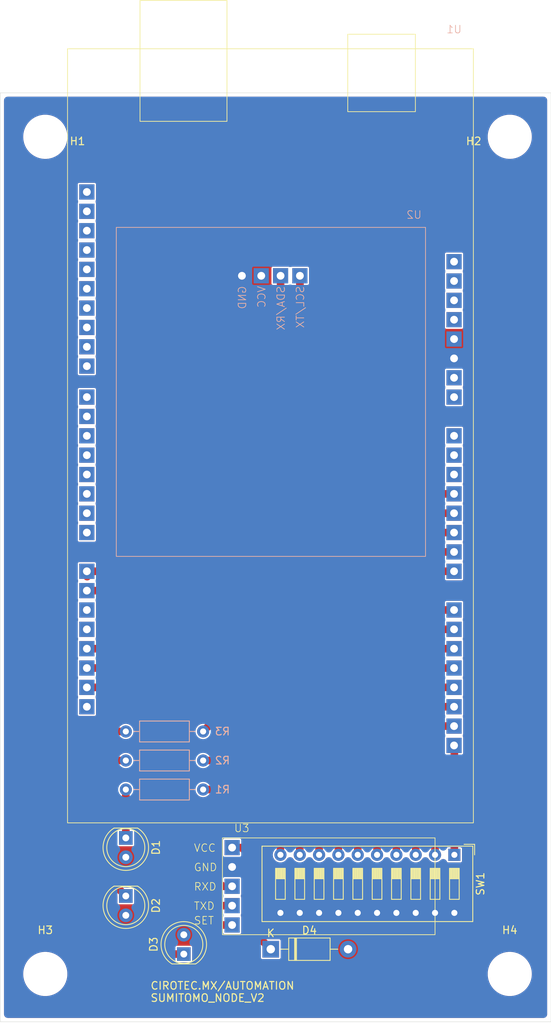
<source format=kicad_pcb>
(kicad_pcb (version 20240108) (generator "pcbnew") (generator_version "8.0")
  (layers (0 "F.Cu" signal) (31 "B.Cu" signal) (34 "B.Paste" user) (35 "F.Paste" user) (36 "B.SilkS" user "B.Silkscreen") (37 "F.SilkS" user "F.Silkscreen") (38 "B.Mask" user) (39 "F.Mask" user) (44 "Edge.Cuts" user))
  (net 0 "")
  (net 1 "/led_red")
  (net 2 "/led_yellow")
  (net 3 "/led_green")
  (net 4 "+5V")
  (net 5 "GND")
  (net 6 "/sw_7")
  (net 7 "/sw_8")
  (net 8 "/sw_3")
  (net 9 "/sw_4")
  (net 10 "/sw_9")
  (net 11 "/sw_2")
  (net 12 "/sw_10")
  (net 13 "/sw_5")
  (net 14 "/sw_1")
  (net 15 "/sw_6")
  (net 20 "/pn532_tx")
  (net 21 "/pn532_rx")
  (net 22 "/hc12_rx")
  (net 23 "/hc12_tx")
  (net 24 "/hc12_set")
  (net 51 "Net-(D1-K)")
  (net 52 "Net-(D2-K)")
  (net 53 "Net-(D3-K)")
  (net 54 "Net-(D4-K)")
  (footprint "MountingHole:MountingHole_5.3mm_M5_ISO7380" (layer "F.Cu") (at 60.538 162.636)
    (property "Reference" "H3" (at 0 -5.75 0) (layer "F.SilkS"))
    (property "Value" "MountingHole")
    (pad "" np_thru_hole circle (at 0 0) (size 5.3 5.3) (drill 5.3) (layers "*.Cu" "*.Mask"))
  )
  (footprint "Diode_THT:D_DO-41_SOD81_P10.16mm_Horizontal" (layer "F.Cu") (at 90.17 159.385)
    (property "Reference" "D4" (at 5.08 -2.47 0) (layer "F.SilkS"))
    (property "Value" "1N4001")
    (fp_line (start 1.34 0) (end 2.36 0) (stroke (width 0.12)) (layer "F.SilkS"))
    (fp_line (start 2.36 -1.47) (end 2.36 1.47) (stroke (width 0.12)) (layer "F.SilkS"))
    (fp_line (start 2.36 1.47) (end 7.8 1.47) (stroke (width 0.12)) (layer "F.SilkS"))
    (fp_line (start 3.14 -1.47) (end 3.14 1.47) (stroke (width 0.12)) (layer "F.SilkS"))
    (fp_line (start 3.26 -1.47) (end 3.26 1.47) (stroke (width 0.12)) (layer "F.SilkS"))
    (fp_line (start 3.38 -1.47) (end 3.38 1.47) (stroke (width 0.12)) (layer "F.SilkS"))
    (fp_line (start 7.8 -1.47) (end 2.36 -1.47) (stroke (width 0.12)) (layer "F.SilkS"))
    (fp_line (start 7.8 1.47) (end 7.8 -1.47) (stroke (width 0.12)) (layer "F.SilkS"))
    (fp_line (start 8.82 0) (end 7.8 0) (stroke (width 0.12)) (layer "F.SilkS"))
    (fp_text user "K" (at 0 -2.1 0) (layer "F.SilkS"))
    (pad "1" thru_hole rect (at 0 0) (size 2.2 2.2) (drill 1.1) (layers "*.Cu" "*.Mask") (net 54 "Net-(D4-K)"))
    (pad "2" thru_hole oval (at 10.16 0) (size 2.2 2.2) (drill 1.1) (layers "*.Cu" "*.Mask") (net 4 "+5V"))
  )
  (footprint "LED_THT:LED_D5.0mm" (layer "F.Cu") (at 71.12 144.78 -90)
    (property "Reference" "D1" (at 1.27 -3.96 90) (layer "F.SilkS"))
    (property "Value" "RED")
    (fp_line (start -1.29 -1.545) (end -1.29 1.545) (stroke (width 0.12)) (layer "F.SilkS"))
    (fp_arc (start 4.26 -0.000462) (mid 2.072002 2.880433) (end -1.29 1.54483) (stroke (width 0.12)) (layer "F.SilkS"))
    (fp_arc (start -1.29 -1.54483) (mid 2.072002 -2.880433) (end 4.26 0.000462) (stroke (width 0.12)) (layer "F.SilkS"))
    (fp_circle (center 1.27 0) (end 3.77 0) (stroke (width 0.12)) (fill none) (layer "F.SilkS"))
    (pad "1" thru_hole rect (at 0 0 270) (size 1.8 1.8) (drill 0.9) (layers "*.Cu" "*.Mask") (net 51 "Net-(D1-K)"))
    (pad "2" thru_hole circle (at 2.54 0 270) (size 1.8 1.8) (drill 0.9) (layers "*.Cu" "*.Mask") (net 4 "+5V"))
  )
  (footprint "MountingHole:MountingHole_5.3mm_M5_ISO7380" (layer "F.Cu") (at 121.58 162.636)
    (property "Reference" "H4" (at 0 -5.75 0) (layer "F.SilkS"))
    (property "Value" "MountingHole")
    (pad "" np_thru_hole circle (at 0 0) (size 5.3 5.3) (drill 5.3) (layers "*.Cu" "*.Mask"))
  )
  (footprint "LED_THT:LED_D5.0mm" (layer "F.Cu") (at 78.74 160.03 90)
    (property "Reference" "D3" (at 1.27 -3.96 -90) (layer "F.SilkS"))
    (property "Value" "GREEN")
    (fp_line (start -1.29 -1.545) (end -1.29 1.545) (stroke (width 0.12)) (layer "F.SilkS"))
    (fp_arc (start -1.29 -1.54483) (mid 2.072002 -2.880433) (end 4.26 0.000462) (stroke (width 0.12)) (layer "F.SilkS"))
    (fp_arc (start 4.26 -0.000462) (mid 2.072002 2.880433) (end -1.29 1.54483) (stroke (width 0.12)) (layer "F.SilkS"))
    (fp_circle (center 1.27 0) (end 3.77 0) (stroke (width 0.12)) (fill none) (layer "F.SilkS"))
    (pad "1" thru_hole rect (at 0 0 90) (size 1.8 1.8) (drill 0.9) (layers "*.Cu" "*.Mask") (net 53 "Net-(D3-K)"))
    (pad "2" thru_hole circle (at 2.54 0 90) (size 1.8 1.8) (drill 0.9) (layers "*.Cu" "*.Mask") (net 4 "+5V"))
  )
  (footprint "LED_THT:LED_D5.0mm" (layer "F.Cu") (at 71.12 152.4 -90)
    (property "Reference" "D2" (at 1.27 -3.96 90) (layer "F.SilkS"))
    (property "Value" "YELLOW")
    (fp_line (start -1.29 -1.545) (end -1.29 1.545) (stroke (width 0.12)) (layer "F.SilkS"))
    (fp_arc (start 4.26 -0.000462) (mid 2.072002 2.880433) (end -1.29 1.54483) (stroke (width 0.12)) (layer "F.SilkS"))
    (fp_arc (start -1.29 -1.54483) (mid 2.072002 -2.880433) (end 4.26 0.000462) (stroke (width 0.12)) (layer "F.SilkS"))
    (fp_circle (center 1.27 0) (end 3.77 0) (stroke (width 0.12)) (fill none) (layer "F.SilkS"))
    (pad "1" thru_hole rect (at 0 0 270) (size 1.8 1.8) (drill 0.9) (layers "*.Cu" "*.Mask") (net 52 "Net-(D2-K)"))
    (pad "2" thru_hole circle (at 2.54 0 270) (size 1.8 1.8) (drill 0.9) (layers "*.Cu" "*.Mask") (net 4 "+5V"))
  )
  (footprint "sbb:HC12_RF_Module" (layer "F.Cu") (at 85.09 146.05)
    (property "Reference" "U3" (at 1.27 -2.54 0) (layer "F.SilkS") (effects (font (thickness 0.1))))
    (property "Value" "HC12")
    (fp_rect (start -1.27 -1.27) (end 26.67 11.43) (stroke (width 0.1)) (fill none) (layer "F.SilkS"))
    (fp_text user "SET" (at -5.08 10.16 0) (layer "F.SilkS") (effects (font (thickness 0.1)) (justify left bottom)))
    (fp_text user "VCC" (at -5.08 0.635 0) (layer "F.SilkS") (effects (font (thickness 0.1)) (justify left bottom)))
    (fp_text user "RXD" (at -5.08 5.715 0) (layer "F.SilkS") (effects (font (thickness 0.1)) (justify left bottom)))
    (fp_text user "GND" (at -5.08 3.175 0) (layer "F.SilkS") (effects (font (thickness 0.1)) (justify left bottom)))
    (fp_text user "TXD" (at -5.08 8.255 0) (layer "F.SilkS") (effects (font (thickness 0.1)) (justify left bottom)))
    (pad "1" thru_hole rect (at 0 0) (size 2 2) (drill 1.02) (layers "*.Cu" "*.Mask") (net 54 "Net-(D4-K)"))
    (pad "2" thru_hole rect (at 0 2.54) (size 2 2) (drill 1.02) (layers "*.Cu" "*.Mask") (net 5 "GND"))
    (pad "3" thru_hole rect (at 0 5.08) (size 2 2) (drill 1.02) (layers "*.Cu" "*.Mask") (net 22 "/hc12_rx"))
    (pad "4" thru_hole rect (at 0 7.62) (size 2 2) (drill 1.02) (layers "*.Cu" "*.Mask") (net 23 "/hc12_tx"))
    (pad "5" thru_hole rect (at 0 10.16) (size 2 2) (drill 1.02) (layers "*.Cu" "*.Mask") (net 24 "/hc12_set"))
  )
  (footprint "Button_Switch_THT:SW_DIP_SPSTx10_Slide_9.78x27.58mm_W7.62mm_P2.54mm" (layer "F.Cu") (at 114.3 147 -90)
    (property "Reference" "SW1" (at 3.81 -3.42 90) (layer "F.SilkS"))
    (property "Value" "SW_DIP_x10")
    (fp_line (start -1.14 25.28) (end 8.76 25.28) (stroke (width 0.12)) (layer "F.SilkS"))
    (fp_line (start 1.78 23.495) (end 5.84 23.495) (stroke (width 0.12)) (layer "F.SilkS"))
    (fp_line (start 5.84 23.495) (end 5.84 22.225) (stroke (width 0.12)) (layer "F.SilkS"))
    (fp_line (start 1.78 23.425) (end 3.133333 23.425) (stroke (width 0.12)) (layer "F.SilkS"))
    (fp_line (start 1.78 23.305) (end 3.133333 23.305) (stroke (width 0.12)) (layer "F.SilkS"))
    (fp_line (start 1.78 23.185) (end 3.133333 23.185) (stroke (width 0.12)) (layer "F.SilkS"))
    (fp_line (start 1.78 23.065) (end 3.133333 23.065) (stroke (width 0.12)) (layer "F.SilkS"))
    (fp_line (start 1.78 22.945) (end 3.133333 22.945) (stroke (width 0.12)) (layer "F.SilkS"))
    (fp_line (start 1.78 22.825) (end 3.133333 22.825) (stroke (width 0.12)) (layer "F.SilkS"))
    (fp_line (start 1.78 22.705) (end 3.133333 22.705) (stroke (width 0.12)) (layer "F.SilkS"))
    (fp_line (start 1.78 22.585) (end 3.133333 22.585) (stroke (width 0.12)) (layer "F.SilkS"))
    (fp_line (start 1.78 22.465) (end 3.133333 22.465) (stroke (width 0.12)) (layer "F.SilkS"))
    (fp_line (start 1.78 22.345) (end 3.133333 22.345) (stroke (width 0.12)) (layer "F.SilkS"))
    (fp_line (start 1.78 22.225) (end 1.78 23.495) (stroke (width 0.12)) (layer "F.SilkS"))
    (fp_line (start 3.133333 22.225) (end 3.133333 23.495) (stroke (width 0.12)) (layer "F.SilkS"))
    (fp_line (start 5.84 22.225) (end 1.78 22.225) (stroke (width 0.12)) (layer "F.SilkS"))
    (fp_line (start 1.78 20.955) (end 5.84 20.955) (stroke (width 0.12)) (layer "F.SilkS"))
    (fp_line (start 5.84 20.955) (end 5.84 19.685) (stroke (width 0.12)) (layer "F.SilkS"))
    (fp_line (start 1.78 20.885) (end 3.133333 20.885) (stroke (width 0.12)) (layer "F.SilkS"))
    (fp_line (start 1.78 20.765) (end 3.133333 20.765) (stroke (width 0.12)) (layer "F.SilkS"))
    (fp_line (start 1.78 20.645) (end 3.133333 20.645) (stroke (width 0.12)) (layer "F.SilkS"))
    (fp_line (start 1.78 20.525) (end 3.133333 20.525) (stroke (width 0.12)) (layer "F.SilkS"))
    (fp_line (start 1.78 20.405) (end 3.133333 20.405) (stroke (width 0.12)) (layer "F.SilkS"))
    (fp_line (start 1.78 20.285) (end 3.133333 20.285) (stroke (width 0.12)) (layer "F.SilkS"))
    (fp_line (start 1.78 20.165) (end 3.133333 20.165) (stroke (width 0.12)) (layer "F.SilkS"))
    (fp_line (start 1.78 20.045) (end 3.133333 20.045) (stroke (width 0.12)) (layer "F.SilkS"))
    (fp_line (start 1.78 19.925) (end 3.133333 19.925) (stroke (width 0.12)) (layer "F.SilkS"))
    (fp_line (start 1.78 19.805) (end 3.133333 19.805) (stroke (width 0.12)) (layer "F.SilkS"))
    (fp_line (start 1.78 19.685) (end 1.78 20.955) (stroke (width 0.12)) (layer "F.SilkS"))
    (fp_line (start 3.133333 19.685) (end 3.133333 20.955) (stroke (width 0.12)) (layer "F.SilkS"))
    (fp_line (start 5.84 19.685) (end 1.78 19.685) (stroke (width 0.12)) (layer "F.SilkS"))
    (fp_line (start 1.78 18.415) (end 5.84 18.415) (stroke (width 0.12)) (layer "F.SilkS"))
    (fp_line (start 5.84 18.415) (end 5.84 17.145) (stroke (width 0.12)) (layer "F.SilkS"))
    (fp_line (start 1.78 18.345) (end 3.133333 18.345) (stroke (width 0.12)) (layer "F.SilkS"))
    (fp_line (start 1.78 18.225) (end 3.133333 18.225) (stroke (width 0.12)) (layer "F.SilkS"))
    (fp_line (start 1.78 18.105) (end 3.133333 18.105) (stroke (width 0.12)) (layer "F.SilkS"))
    (fp_line (start 1.78 17.985) (end 3.133333 17.985) (stroke (width 0.12)) (layer "F.SilkS"))
    (fp_line (start 1.78 17.865) (end 3.133333 17.865) (stroke (width 0.12)) (layer "F.SilkS"))
    (fp_line (start 1.78 17.745) (end 3.133333 17.745) (stroke (width 0.12)) (layer "F.SilkS"))
    (fp_line (start 1.78 17.625) (end 3.133333 17.625) (stroke (width 0.12)) (layer "F.SilkS"))
    (fp_line (start 1.78 17.505) (end 3.133333 17.505) (stroke (width 0.12)) (layer "F.SilkS"))
    (fp_line (start 1.78 17.385) (end 3.133333 17.385) (stroke (width 0.12)) (layer "F.SilkS"))
    (fp_line (start 1.78 17.265) (end 3.133333 17.265) (stroke (width 0.12)) (layer "F.SilkS"))
    (fp_line (start 1.78 17.145) (end 1.78 18.415) (stroke (width 0.12)) (layer "F.SilkS"))
    (fp_line (start 3.133333 17.145) (end 3.133333 18.415) (stroke (width 0.12)) (layer "F.SilkS"))
    (fp_line (start 5.84 17.145) (end 1.78 17.145) (stroke (width 0.12)) (layer "F.SilkS"))
    (fp_line (start 1.78 15.875) (end 5.84 15.875) (stroke (width 0.12)) (layer "F.SilkS"))
    (fp_line (start 5.84 15.875) (end 5.84 14.605) (stroke (width 0.12)) (layer "F.SilkS"))
    (fp_line (start 1.78 15.805) (end 3.133333 15.805) (stroke (width 0.12)) (layer "F.SilkS"))
    (fp_line (start 1.78 15.685) (end 3.133333 15.685) (stroke (width 0.12)) (layer "F.SilkS"))
    (fp_line (start 1.78 15.565) (end 3.133333 15.565) (stroke (width 0.12)) (layer "F.SilkS"))
    (fp_line (start 1.78 15.445) (end 3.133333 15.445) (stroke (width 0.12)) (layer "F.SilkS"))
    (fp_line (start 1.78 15.325) (end 3.133333 15.325) (stroke (width 0.12)) (layer "F.SilkS"))
    (fp_line (start 1.78 15.205) (end 3.133333 15.205) (stroke (width 0.12)) (layer "F.SilkS"))
    (fp_line (start 1.78 15.085) (end 3.133333 15.085) (stroke (width 0.12)) (layer "F.SilkS"))
    (fp_line (start 1.78 14.965) (end 3.133333 14.965) (stroke (width 0.12)) (layer "F.SilkS"))
    (fp_line (start 1.78 14.845) (end 3.133333 14.845) (stroke (width 0.12)) (layer "F.SilkS"))
    (fp_line (start 1.78 14.725) (end 3.133333 14.725) (stroke (width 0.12)) (layer "F.SilkS"))
    (fp_line (start 1.78 14.605) (end 1.78 15.875) (stroke (width 0.12)) (layer "F.SilkS"))
    (fp_line (start 3.133333 14.605) (end 3.133333 15.875) (stroke (width 0.12)) (layer "F.SilkS"))
    (fp_line (start 5.84 14.605) (end 1.78 14.605) (stroke (width 0.12)) (layer "F.SilkS"))
    (fp_line (start 1.78 13.335) (end 5.84 13.335) (stroke (width 0.12)) (layer "F.SilkS"))
    (fp_line (start 5.84 13.335) (end 5.84 12.065) (stroke (width 0.12)) (layer "F.SilkS"))
    (fp_line (start 1.78 13.265) (end 3.133333 13.265) (stroke (width 0.12)) (layer "F.SilkS"))
    (fp_line (start 1.78 13.145) (end 3.133333 13.145) (stroke (width 0.12)) (layer "F.SilkS"))
    (fp_line (start 1.78 13.025) (end 3.133333 13.025) (stroke (width 0.12)) (layer "F.SilkS"))
    (fp_line (start 1.78 12.905) (end 3.133333 12.905) (stroke (width 0.12)) (layer "F.SilkS"))
    (fp_line (start 1.78 12.785) (end 3.133333 12.785) (stroke (width 0.12)) (layer "F.SilkS"))
    (fp_line (start 1.78 12.665) (end 3.133333 12.665) (stroke (width 0.12)) (layer "F.SilkS"))
    (fp_line (start 1.78 12.545) (end 3.133333 12.545) (stroke (width 0.12)) (layer "F.SilkS"))
    (fp_line (start 1.78 12.425) (end 3.133333 12.425) (stroke (width 0.12)) (layer "F.SilkS"))
    (fp_line (start 1.78 12.305) (end 3.133333 12.305) (stroke (width 0.12)) (layer "F.SilkS"))
    (fp_line (start 1.78 12.185) (end 3.133333 12.185) (stroke (width 0.12)) (layer "F.SilkS"))
    (fp_line (start 1.78 12.065) (end 1.78 13.335) (stroke (width 0.12)) (layer "F.SilkS"))
    (fp_line (start 3.133333 12.065) (end 3.133333 13.335) (stroke (width 0.12)) (layer "F.SilkS"))
    (fp_line (start 5.84 12.065) (end 1.78 12.065) (stroke (width 0.12)) (layer "F.SilkS"))
    (fp_line (start 1.78 10.795) (end 5.84 10.795) (stroke (width 0.12)) (layer "F.SilkS"))
    (fp_line (start 5.84 10.795) (end 5.84 9.525) (stroke (width 0.12)) (layer "F.SilkS"))
    (fp_line (start 1.78 10.725) (end 3.133333 10.725) (stroke (width 0.12)) (layer "F.SilkS"))
    (fp_line (start 1.78 10.605) (end 3.133333 10.605) (stroke (width 0.12)) (layer "F.SilkS"))
    (fp_line (start 1.78 10.485) (end 3.133333 10.485) (stroke (width 0.12)) (layer "F.SilkS"))
    (fp_line (start 1.78 10.365) (end 3.133333 10.365) (stroke (width 0.12)) (layer "F.SilkS"))
    (fp_line (start 1.78 10.245) (end 3.133333 10.245) (stroke (width 0.12)) (layer "F.SilkS"))
    (fp_line (start 1.78 10.125) (end 3.133333 10.125) (stroke (width 0.12)) (layer "F.SilkS"))
    (fp_line (start 1.78 10.005) (end 3.133333 10.005) (stroke (width 0.12)) (layer "F.SilkS"))
    (fp_line (start 1.78 9.885) (end 3.133333 9.885) (stroke (width 0.12)) (layer "F.SilkS"))
    (fp_line (start 1.78 9.765) (end 3.133333 9.765) (stroke (width 0.12)) (layer "F.SilkS"))
    (fp_line (start 1.78 9.645) (end 3.133333 9.645) (stroke (width 0.12)) (layer "F.SilkS"))
    (fp_line (start 1.78 9.525) (end 1.78 10.795) (stroke (width 0.12)) (layer "F.SilkS"))
    (fp_line (start 3.133333 9.525) (end 3.133333 10.795) (stroke (width 0.12)) (layer "F.SilkS"))
    (fp_line (start 5.84 9.525) (end 1.78 9.525) (stroke (width 0.12)) (layer "F.SilkS"))
    (fp_line (start 1.78 8.255) (end 5.84 8.255) (stroke (width 0.12)) (layer "F.SilkS"))
    (fp_line (start 5.84 8.255) (end 5.84 6.985) (stroke (width 0.12)) (layer "F.SilkS"))
    (fp_line (start 1.78 8.185) (end 3.133333 8.185) (stroke (width 0.12)) (layer "F.SilkS"))
    (fp_line (start 1.78 8.065) (end 3.133333 8.065) (stroke (width 0.12)) (layer "F.SilkS"))
    (fp_line (start 1.78 7.945) (end 3.133333 7.945) (stroke (width 0.12)) (layer "F.SilkS"))
    (fp_line (start 1.78 7.825) (end 3.133333 7.825) (stroke (width 0.12)) (layer "F.SilkS"))
    (fp_line (start 1.78 7.705) (end 3.133333 7.705) (stroke (width 0.12)) (layer "F.SilkS"))
    (fp_line (start 1.78 7.585) (end 3.133333 7.585) (stroke (width 0.12)) (layer "F.SilkS"))
    (fp_line (start 1.78 7.465) (end 3.133333 7.465) (stroke (width 0.12)) (layer "F.SilkS"))
    (fp_line (start 1.78 7.345) (end 3.133333 7.345) (stroke (width 0.12)) (layer "F.SilkS"))
    (fp_line (start 1.78 7.225) (end 3.133333 7.225) (stroke (width 0.12)) (layer "F.SilkS"))
    (fp_line (start 1.78 7.105) (end 3.133333 7.105) (stroke (width 0.12)) (layer "F.SilkS"))
    (fp_line (start 1.78 6.985) (end 1.78 8.255) (stroke (width 0.12)) (layer "F.SilkS"))
    (fp_line (start 3.133333 6.985) (end 3.133333 8.255) (stroke (width 0.12)) (layer "F.SilkS"))
    (fp_line (start 5.84 6.985) (end 1.78 6.985) (stroke (width 0.12)) (layer "F.SilkS"))
    (fp_line (start 1.78 5.715) (end 5.84 5.715) (stroke (width 0.12)) (layer "F.SilkS"))
    (fp_line (start 5.84 5.715) (end 5.84 4.445) (stroke (width 0.12)) (layer "F.SilkS"))
    (fp_line (start 1.78 5.645) (end 3.133333 5.645) (stroke (width 0.12)) (layer "F.SilkS"))
    (fp_line (start 1.78 5.525) (end 3.133333 5.525) (stroke (width 0.12)) (layer "F.SilkS"))
    (fp_line (start 1.78 5.405) (end 3.133333 5.405) (stroke (width 0.12)) (layer "F.SilkS"))
    (fp_line (start 1.78 5.285) (end 3.133333 5.285) (stroke (width 0.12)) (layer "F.SilkS"))
    (fp_line (start 1.78 5.165) (end 3.133333 5.165) (stroke (width 0.12)) (layer "F.SilkS"))
    (fp_line (start 1.78 5.045) (end 3.133333 5.045) (stroke (width 0.12)) (layer "F.SilkS"))
    (fp_line (start 1.78 4.925) (end 3.133333 4.925) (stroke (width 0.12)) (layer "F.SilkS"))
    (fp_line (start 1.78 4.805) (end 3.133333 4.805) (stroke (width 0.12)) (layer "F.SilkS"))
    (fp_line (start 1.78 4.685) (end 3.133333 4.685) (stroke (width 0.12)) (layer "F.SilkS"))
    (fp_line (start 1.78 4.565) (end 3.133333 4.565) (stroke (width 0.12)) (layer "F.SilkS"))
    (fp_line (start 1.78 4.445) (end 1.78 5.715) (stroke (width 0.12)) (layer "F.SilkS"))
    (fp_line (start 3.133333 4.445) (end 3.133333 5.715) (stroke (width 0.12)) (layer "F.SilkS"))
    (fp_line (start 5.84 4.445) (end 1.78 4.445) (stroke (width 0.12)) (layer "F.SilkS"))
    (fp_line (start 1.78 3.175) (end 5.84 3.175) (stroke (width 0.12)) (layer "F.SilkS"))
    (fp_line (start 5.84 3.175) (end 5.84 1.905) (stroke (width 0.12)) (layer "F.SilkS"))
    (fp_line (start 1.78 3.105) (end 3.133333 3.105) (stroke (width 0.12)) (layer "F.SilkS"))
    (fp_line (start 1.78 2.985) (end 3.133333 2.985) (stroke (width 0.12)) (layer "F.SilkS"))
    (fp_line (start 1.78 2.865) (end 3.133333 2.865) (stroke (width 0.12)) (layer "F.SilkS"))
    (fp_line (start 1.78 2.745) (end 3.133333 2.745) (stroke (width 0.12)) (layer "F.SilkS"))
    (fp_line (start 1.78 2.625) (end 3.133333 2.625) (stroke (width 0.12)) (layer "F.SilkS"))
    (fp_line (start 1.78 2.505) (end 3.133333 2.505) (stroke (width 0.12)) (layer "F.SilkS"))
    (fp_line (start 1.78 2.385) (end 3.133333 2.385) (stroke (width 0.12)) (layer "F.SilkS"))
    (fp_line (start 1.78 2.265) (end 3.133333 2.265) (stroke (width 0.12)) (layer "F.SilkS"))
    (fp_line (start 1.78 2.145) (end 3.133333 2.145) (stroke (width 0.12)) (layer "F.SilkS"))
    (fp_line (start 1.78 2.025) (end 3.133333 2.025) (stroke (width 0.12)) (layer "F.SilkS"))
    (fp_line (start 1.78 1.905) (end 1.78 3.175) (stroke (width 0.12)) (layer "F.SilkS"))
    (fp_line (start 3.133333 1.905) (end 3.133333 3.175) (stroke (width 0.12)) (layer "F.SilkS"))
    (fp_line (start 5.84 1.905) (end 1.78 1.905) (stroke (width 0.12)) (layer "F.SilkS"))
    (fp_line (start 1.78 0.635) (end 5.84 0.635) (stroke (width 0.12)) (layer "F.SilkS"))
    (fp_line (start 5.84 0.635) (end 5.84 -0.635) (stroke (width 0.12)) (layer "F.SilkS"))
    (fp_line (start 1.78 0.565) (end 3.133333 0.565) (stroke (width 0.12)) (layer "F.SilkS"))
    (fp_line (start 1.78 0.445) (end 3.133333 0.445) (stroke (width 0.12)) (layer "F.SilkS"))
    (fp_line (start 1.78 0.325) (end 3.133333 0.325) (stroke (width 0.12)) (layer "F.SilkS"))
    (fp_line (start 1.78 0.205) (end 3.133333 0.205) (stroke (width 0.12)) (layer "F.SilkS"))
    (fp_line (start 1.78 0.085) (end 3.133333 0.085) (stroke (width 0.12)) (layer "F.SilkS"))
    (fp_line (start 1.78 -0.035) (end 3.133333 -0.035) (stroke (width 0.12)) (layer "F.SilkS"))
    (fp_line (start 1.78 -0.155) (end 3.133333 -0.155) (stroke (width 0.12)) (layer "F.SilkS"))
    (fp_line (start 1.78 -0.275) (end 3.133333 -0.275) (stroke (width 0.12)) (layer "F.SilkS"))
    (fp_line (start 1.78 -0.395) (end 3.133333 -0.395) (stroke (width 0.12)) (layer "F.SilkS"))
    (fp_line (start 1.78 -0.515) (end 3.133333 -0.515) (stroke (width 0.12)) (layer "F.SilkS"))
    (fp_line (start 1.78 -0.635) (end 1.78 0.635) (stroke (width 0.12)) (layer "F.SilkS"))
    (fp_line (start 3.133333 -0.635) (end 3.133333 0.635) (stroke (width 0.12)) (layer "F.SilkS"))
    (fp_line (start 5.84 -0.635) (end 1.78 -0.635) (stroke (width 0.12)) (layer "F.SilkS"))
    (fp_line (start -1.14 -2.42) (end -1.14 25.28) (stroke (width 0.12)) (layer "F.SilkS"))
    (fp_line (start -1.14 -2.42) (end 8.76 -2.42) (stroke (width 0.12)) (layer "F.SilkS"))
    (fp_line (start 8.76 -2.42) (end 8.76 25.28) (stroke (width 0.12)) (layer "F.SilkS"))
    (fp_line (start -1.38 -2.66) (end -1.38 -1.277) (stroke (width 0.12)) (layer "F.SilkS"))
    (fp_line (start -1.38 -2.66) (end 0.004 -2.66) (stroke (width 0.12)) (layer "F.SilkS"))
    (pad "1" thru_hole rect (at 0 0 270) (size 1.6 1.6) (drill 0.8) (layers "*.Cu" "*.Mask") (net 14 "/sw_1"))
    (pad "2" thru_hole oval (at 0 2.54 270) (size 1.6 1.6) (drill 0.8) (layers "*.Cu" "*.Mask") (net 11 "/sw_2"))
    (pad "3" thru_hole oval (at 0 5.08 270) (size 1.6 1.6) (drill 0.8) (layers "*.Cu" "*.Mask") (net 8 "/sw_3"))
    (pad "4" thru_hole oval (at 0 7.62 270) (size 1.6 1.6) (drill 0.8) (layers "*.Cu" "*.Mask") (net 9 "/sw_4"))
    (pad "5" thru_hole oval (at 0 10.16 270) (size 1.6 1.6) (drill 0.8) (layers "*.Cu" "*.Mask") (net 13 "/sw_5"))
    (pad "6" thru_hole oval (at 0 12.7 270) (size 1.6 1.6) (drill 0.8) (layers "*.Cu" "*.Mask") (net 15 "/sw_6"))
    (pad "7" thru_hole oval (at 0 15.24 270) (size 1.6 1.6) (drill 0.8) (layers "*.Cu" "*.Mask") (net 6 "/sw_7"))
    (pad "8" thru_hole oval (at 0 17.78 270) (size 1.6 1.6) (drill 0.8) (layers "*.Cu" "*.Mask") (net 7 "/sw_8"))
    (pad "9" thru_hole oval (at 0 20.32 270) (size 1.6 1.6) (drill 0.8) (layers "*.Cu" "*.Mask") (net 10 "/sw_9"))
    (pad "10" thru_hole oval (at 0 22.86 270) (size 1.6 1.6) (drill 0.8) (layers "*.Cu" "*.Mask") (net 12 "/sw_10"))
    (pad "11" thru_hole oval (at 7.62 22.86 270) (size 1.6 1.6) (drill 0.8) (layers "*.Cu" "*.Mask") (net 5 "GND"))
    (pad "12" thru_hole oval (at 7.62 20.32 270) (size 1.6 1.6) (drill 0.8) (layers "*.Cu" "*.Mask") (net 5 "GND"))
    (pad "13" thru_hole oval (at 7.62 17.78 270) (size 1.6 1.6) (drill 0.8) (layers "*.Cu" "*.Mask") (net 5 "GND"))
    (pad "14" thru_hole oval (at 7.62 15.24 270) (size 1.6 1.6) (drill 0.8) (layers "*.Cu" "*.Mask") (net 5 "GND"))
    (pad "15" thru_hole oval (at 7.62 12.7 270) (size 1.6 1.6) (drill 0.8) (layers "*.Cu" "*.Mask") (net 5 "GND"))
    (pad "16" thru_hole oval (at 7.62 10.16 270) (size 1.6 1.6) (drill 0.8) (layers "*.Cu" "*.Mask") (net 5 "GND"))
    (pad "17" thru_hole oval (at 7.62 7.62 270) (size 1.6 1.6) (drill 0.8) (layers "*.Cu" "*.Mask") (net 5 "GND"))
    (pad "18" thru_hole oval (at 7.62 5.08 270) (size 1.6 1.6) (drill 0.8) (layers "*.Cu" "*.Mask") (net 5 "GND"))
    (pad "19" thru_hole oval (at 7.62 2.54 270) (size 1.6 1.6) (drill 0.8) (layers "*.Cu" "*.Mask") (net 5 "GND"))
    (pad "20" thru_hole oval (at 7.62 0 270) (size 1.6 1.6) (drill 0.8) (layers "*.Cu" "*.Mask") (net 5 "GND"))
  )
  (footprint "MountingHole:MountingHole_5.3mm_M5_ISO7380" (layer "F.Cu") (at 121.58 52.756)
    (property "Reference" "H2" (at -4.74 0.584 0) (layer "F.SilkS"))
    (property "Value" "MountingHole")
    (pad "" np_thru_hole circle (at 0 0) (size 5.3 5.3) (drill 5.3) (layers "*.Cu" "*.Mask"))
  )
  (footprint "MountingHole:MountingHole_5.3mm_M5_ISO7380" (layer "F.Cu") (at 60.538 52.76)
    (property "Reference" "H1" (at 4.232 0.58 0) (layer "F.SilkS"))
    (property "Value" "MountingHole")
    (pad "" np_thru_hole circle (at 0 0) (size 5.3 5.3) (drill 5.3) (layers "*.Cu" "*.Mask"))
  )
  (footprint "Resistor_THT:R_Axial_DIN0207_L6.3mm_D2.5mm_P10.16mm_Horizontal" (layer "B.Cu") (at 81.28 138.43 180)
    (property "Reference" "R1" (at -2.54 0 180) (layer "B.SilkS") (effects (justify mirror)))
    (property "Value" "330R")
    (fp_line (start 8.35 1.37) (end 8.35 -1.37) (stroke (width 0.12)) (layer "B.SilkS"))
    (fp_line (start 8.35 0) (end 9.12 0) (stroke (width 0.12)) (layer "B.SilkS"))
    (fp_line (start 8.35 -1.37) (end 1.81 -1.37) (stroke (width 0.12)) (layer "B.SilkS"))
    (fp_line (start 1.81 1.37) (end 8.35 1.37) (stroke (width 0.12)) (layer "B.SilkS"))
    (fp_line (start 1.81 0) (end 1.04 0) (stroke (width 0.12)) (layer "B.SilkS"))
    (fp_line (start 1.81 -1.37) (end 1.81 1.37) (stroke (width 0.12)) (layer "B.SilkS"))
    (pad "1" thru_hole circle (at 0 0 180) (size 1.6 1.6) (drill 0.8) (layers "*.Cu" "*.Mask") (net 1 "/led_red"))
    (pad "2" thru_hole oval (at 10.16 0 180) (size 1.6 1.6) (drill 0.8) (layers "*.Cu" "*.Mask") (net 51 "Net-(D1-K)"))
  )
  (footprint "sbb:PN532_SPI_UART_Breakout_Board" (layer "B.Cu") (at 86.38 71 -90)
    (property "Reference" "U2" (at -8 -22.62 0) (layer "B.SilkS") (effects (font (thickness 0.1)) (justify mirror)))
    (property "Value" "PN532_SPI_Uart_Breakout_Board")
    (fp_rect (start 36.83 -24.13) (end -6.35 16.51) (stroke (width 0.1)) (fill none) (layer "B.SilkS"))
    (fp_text user "VCC" (at 1.27 -3.175 90) (layer "B.SilkS") (effects (font (thickness 0.1)) (justify left bottom mirror)))
    (fp_text user "SCL/TX" (at 1.27 -8.255 90) (layer "B.SilkS") (effects (font (thickness 0.1)) (justify left bottom mirror)))
    (fp_text user "GND" (at 1.27 -0.635 90) (layer "B.SilkS") (effects (font (thickness 0.1)) (justify left bottom mirror)))
    (fp_text user "SDA/RX" (at 1.27 -5.715 90) (layer "B.SilkS") (effects (font (thickness 0.1)) (justify left bottom mirror)))
    (pad "1" thru_hole rect (at 0 0 270) (size 2 2) (drill 1.02) (layers "*.Cu" "*.Mask") (net 5 "GND"))
    (pad "2" thru_hole rect (at 0 -2.54 270) (size 2 2) (drill 1.02) (layers "*.Cu" "*.Mask") (net 4 "+5V"))
    (pad "3" thru_hole rect (at 0 -5.08 270) (size 2 2) (drill 1.02) (layers "*.Cu" "*.Mask") (net 21 "/pn532_rx"))
    (pad "4" thru_hole rect (at 0 -7.62 270) (size 2 2) (drill 1.02) (layers "*.Cu" "*.Mask") (net 20 "/pn532_tx"))
  )
  (footprint "Resistor_THT:R_Axial_DIN0207_L6.3mm_D2.5mm_P10.16mm_Horizontal" (layer "B.Cu") (at 81.28 130.81 180)
    (property "Reference" "R3" (at -2.54 0 180) (layer "B.SilkS") (effects (justify mirror)))
    (property "Value" "330R")
    (fp_line (start 8.35 1.37) (end 8.35 -1.37) (stroke (width 0.12)) (layer "B.SilkS"))
    (fp_line (start 8.35 0) (end 9.12 0) (stroke (width 0.12)) (layer "B.SilkS"))
    (fp_line (start 8.35 -1.37) (end 1.81 -1.37) (stroke (width 0.12)) (layer "B.SilkS"))
    (fp_line (start 1.81 1.37) (end 8.35 1.37) (stroke (width 0.12)) (layer "B.SilkS"))
    (fp_line (start 1.81 0) (end 1.04 0) (stroke (width 0.12)) (layer "B.SilkS"))
    (fp_line (start 1.81 -1.37) (end 1.81 1.37) (stroke (width 0.12)) (layer "B.SilkS"))
    (pad "1" thru_hole circle (at 0 0 180) (size 1.6 1.6) (drill 0.8) (layers "*.Cu" "*.Mask") (net 3 "/led_green"))
    (pad "2" thru_hole oval (at 10.16 0 180) (size 1.6 1.6) (drill 0.8) (layers "*.Cu" "*.Mask") (net 53 "Net-(D3-K)"))
  )
  (footprint "Resistor_THT:R_Axial_DIN0207_L6.3mm_D2.5mm_P10.16mm_Horizontal" (layer "B.Cu") (at 81.28 134.62 180)
    (property "Reference" "R2" (at -2.54 0 180) (layer "B.SilkS") (effects (justify mirror)))
    (property "Value" "330R")
    (fp_line (start 8.35 1.37) (end 8.35 -1.37) (stroke (width 0.12)) (layer "B.SilkS"))
    (fp_line (start 8.35 0) (end 9.12 0) (stroke (width 0.12)) (layer "B.SilkS"))
    (fp_line (start 8.35 -1.37) (end 1.81 -1.37) (stroke (width 0.12)) (layer "B.SilkS"))
    (fp_line (start 1.81 1.37) (end 8.35 1.37) (stroke (width 0.12)) (layer "B.SilkS"))
    (fp_line (start 1.81 0) (end 1.04 0) (stroke (width 0.12)) (layer "B.SilkS"))
    (fp_line (start 1.81 -1.37) (end 1.81 1.37) (stroke (width 0.12)) (layer "B.SilkS"))
    (pad "1" thru_hole circle (at 0 0 180) (size 1.6 1.6) (drill 0.8) (layers "*.Cu" "*.Mask") (net 2 "/led_yellow"))
    (pad "2" thru_hole oval (at 10.16 0 180) (size 1.6 1.6) (drill 0.8) (layers "*.Cu" "*.Mask") (net 52 "Net-(D2-K)"))
  )
  (footprint "sbb:Arduino_Mega_2560_Without_Bottom" (layer "B.Cu") (at 114.26 69.144 180)
    (property "Reference" "U1" (at 0 30.48 0) (layer "B.SilkS") (effects (font (thickness 0.1)) (justify mirror)))
    (property "Value" "Arduino_Mega_2560_Without_Bottom")
    (fp_rect (start 50.8 -73.66) (end -2.54 27.94) (stroke (width 0.1)) (fill none) (layer "F.SilkS"))
    (fp_rect (start 41.275 18.415) (end 29.845 34.29) (stroke (width 0.1)) (fill none) (layer "F.SilkS"))
    (fp_rect (start 13.97 19.685) (end 5.08 29.845) (stroke (width 0.1)) (fill none) (layer "F.SilkS"))
    (pad "1" thru_hole rect (at 0 0 180) (size 2 2) (drill 1.02) (layers "*.Cu" "*.Mask"))
    (pad "2" thru_hole rect (at 0 -2.54 180) (size 2 2) (drill 1.02) (layers "*.Cu" "*.Mask"))
    (pad "3" thru_hole rect (at 0 -5.08 180) (size 2 2) (drill 1.02) (layers "*.Cu" "*.Mask"))
    (pad "4" thru_hole rect (at 0 -7.62 180) (size 2 2) (drill 1.02) (layers "*.Cu" "*.Mask"))
    (pad "5" thru_hole rect (at 0 -10.16 180) (size 2 2) (drill 1.02) (layers "*.Cu" "*.Mask") (net 4 "+5V"))
    (pad "6" thru_hole rect (at 0 -12.7 180) (size 2 2) (drill 1.02) (layers "*.Cu" "*.Mask") (net 5 "GND"))
    (pad "7" thru_hole rect (at 0 -15.24 180) (size 2 2) (drill 1.02) (layers "*.Cu" "*.Mask"))
    (pad "8" thru_hole rect (at 0 -17.78 180) (size 2 2) (drill 1.02) (layers "*.Cu" "*.Mask"))
    (pad "9" thru_hole rect (at 0 -22.86 180) (size 2 2) (drill 1.02) (layers "*.Cu" "*.Mask"))
    (pad "10" thru_hole rect (at 0 -25.4 180) (size 2 2) (drill 1.02) (layers "*.Cu" "*.Mask"))
    (pad "11" thru_hole rect (at 0 -27.94 180) (size 2 2) (drill 1.02) (layers "*.Cu" "*.Mask"))
    (pad "12" thru_hole rect (at 0 -30.48 180) (size 2 2) (drill 1.02) (layers "*.Cu" "*.Mask") (net 3 "/led_green"))
    (pad "13" thru_hole rect (at 0 -33.02 180) (size 2 2) (drill 1.02) (layers "*.Cu" "*.Mask") (net 2 "/led_yellow"))
    (pad "14" thru_hole rect (at 0 -35.56 180) (size 2 2) (drill 1.02) (layers "*.Cu" "*.Mask") (net 1 "/led_red"))
    (pad "15" thru_hole rect (at 0 -38.1 180) (size 2 2) (drill 1.02) (layers "*.Cu" "*.Mask") (net 12 "/sw_10"))
    (pad "16" thru_hole rect (at 0 -40.64 180) (size 2 2) (drill 1.02) (layers "*.Cu" "*.Mask") (net 10 "/sw_9"))
    (pad "17" thru_hole rect (at 0 -45.72 180) (size 2 2) (drill 1.02) (layers "*.Cu" "*.Mask") (net 7 "/sw_8"))
    (pad "18" thru_hole rect (at 0 -48.26 180) (size 2 2) (drill 1.02) (layers "*.Cu" "*.Mask") (net 6 "/sw_7"))
    (pad "19" thru_hole rect (at 0 -50.8 180) (size 2 2) (drill 1.02) (layers "*.Cu" "*.Mask") (net 15 "/sw_6"))
    (pad "20" thru_hole rect (at 0 -53.34 180) (size 2 2) (drill 1.02) (layers "*.Cu" "*.Mask") (net 13 "/sw_5"))
    (pad "21" thru_hole rect (at 0 -55.88 180) (size 2 2) (drill 1.02) (layers "*.Cu" "*.Mask") (net 9 "/sw_4"))
    (pad "22" thru_hole rect (at 0 -58.42 180) (size 2 2) (drill 1.02) (layers "*.Cu" "*.Mask") (net 8 "/sw_3"))
    (pad "23" thru_hole rect (at 0 -60.96 180) (size 2 2) (drill 1.02) (layers "*.Cu" "*.Mask") (net 11 "/sw_2"))
    (pad "24" thru_hole rect (at 0 -63.5 180) (size 2 2) (drill 1.02) (layers "*.Cu" "*.Mask") (net 14 "/sw_1"))
    (pad "25" thru_hole rect (at 48.26 9.144 180) (size 2 2) (drill 1.02) (layers "*.Cu" "*.Mask"))
    (pad "26" thru_hole rect (at 48.26 6.604 180) (size 2 2) (drill 1.02) (layers "*.Cu" "*.Mask"))
    (pad "27" thru_hole rect (at 48.26 4.064 180) (size 2 2) (drill 1.02) (layers "*.Cu" "*.Mask"))
    (pad "28" thru_hole rect (at 48.26 1.524 180) (size 2 2) (drill 1.02) (layers "*.Cu" "*.Mask"))
    (pad "29" thru_hole rect (at 48.26 -1.016 180) (size 2 2) (drill 1.02) (layers "*.Cu" "*.Mask"))
    (pad "30" thru_hole rect (at 48.26 -3.556 180) (size 2 2) (drill 1.02) (layers "*.Cu" "*.Mask"))
    (pad "31" thru_hole rect (at 48.26 -6.096 180) (size 2 2) (drill 1.02) (layers "*.Cu" "*.Mask"))
    (pad "32" thru_hole rect (at 48.26 -8.636 180) (size 2 2) (drill 1.02) (layers "*.Cu" "*.Mask"))
    (pad "33" thru_hole rect (at 48.26 -11.176 180) (size 2 2) (drill 1.02) (layers "*.Cu" "*.Mask"))
    (pad "34" thru_hole rect (at 48.26 -13.716 180) (size 2 2) (drill 1.02) (layers "*.Cu" "*.Mask"))
    (pad "35" thru_hole rect (at 48.26 -17.78 180) (size 2 2) (drill 1.02) (layers "*.Cu" "*.Mask"))
    (pad "36" thru_hole rect (at 48.26 -20.32 180) (size 2 2) (drill 1.02) (layers "*.Cu" "*.Mask"))
    (pad "37" thru_hole rect (at 48.26 -22.86 180) (size 2 2) (drill 1.02) (layers "*.Cu" "*.Mask"))
    (pad "38" thru_hole rect (at 48.26 -25.4 180) (size 2 2) (drill 1.02) (layers "*.Cu" "*.Mask"))
    (pad "39" thru_hole rect (at 48.26 -27.94 180) (size 2 2) (drill 1.02) (layers "*.Cu" "*.Mask"))
    (pad "40" thru_hole rect (at 48.26 -30.48 180) (size 2 2) (drill 1.02) (layers "*.Cu" "*.Mask"))
    (pad "41" thru_hole rect (at 48.26 -33.02 180) (size 2 2) (drill 1.02) (layers "*.Cu" "*.Mask"))
    (pad "42" thru_hole rect (at 48.26 -35.56 180) (size 2 2) (drill 1.02) (layers "*.Cu" "*.Mask"))
    (pad "43" thru_hole rect (at 48.26 -40.64 180) (size 2 2) (drill 1.02) (layers "*.Cu" "*.Mask") (net 21 "/pn532_rx"))
    (pad "44" thru_hole rect (at 48.26 -43.18 180) (size 2 2) (drill 1.02) (layers "*.Cu" "*.Mask") (net 20 "/pn532_tx"))
    (pad "45" thru_hole rect (at 48.26 -45.72 180) (size 2 2) (drill 1.02) (layers "*.Cu" "*.Mask"))
    (pad "46" thru_hole rect (at 48.26 -48.26 180) (size 2 2) (drill 1.02) (layers "*.Cu" "*.Mask"))
    (pad "47" thru_hole rect (at 48.26 -50.8 180) (size 2 2) (drill 1.02) (layers "*.Cu" "*.Mask") (net 22 "/hc12_rx"))
    (pad "48" thru_hole rect (at 48.26 -53.34 180) (size 2 2) (drill 1.02) (layers "*.Cu" "*.Mask") (net 23 "/hc12_tx"))
    (pad "49" thru_hole rect (at 48.26 -55.88 180) (size 2 2) (drill 1.02) (layers "*.Cu" "*.Mask") (net 24 "/hc12_set"))
    (pad "50" thru_hole rect (at 48.26 -58.42 180) (size 2 2) (drill 1.02) (layers "*.Cu" "*.Mask"))
  )
  (gr_rect (start 54.61 46.99) (end 127 168.91) (stroke (width 0.05)) (fill none) (layer "Edge.Cuts"))
  (gr_text "CIROTEC.MX/AUTOMATION\nSUMITOMO_NODE_V2" (at 74.295 166.37 0) (layer "F.SilkS") (effects (font (size 1 1)) (justify left bottom)))
  (segment (start 85.09 138.43) (end 87.63 135.89) (width 1) (layer "F.Cu") (net 1))
  (segment (start 87.63 135.89) (end 87.63 127) (width 1) (layer "F.Cu") (net 1))
  (segment (start 81.28 138.43) (end 85.09 138.43) (width 1) (layer "F.Cu") (net 1))
  (segment (start 109.926 104.704) (end 114.26 104.704) (width 1) (layer "F.Cu") (net 1))
  (segment (start 87.63 127) (end 109.926 104.704) (width 1) (layer "F.Cu") (net 1))
  (segment (start 83.82 134.62) (end 85.09 133.35) (width 1) (layer "F.Cu") (net 2))
  (segment (start 81.28 134.62) (end 83.82 134.62) (width 1) (layer "F.Cu") (net 2))
  (segment (start 85.09 125.73) (end 108.656 102.164) (width 1) (layer "F.Cu") (net 2))
  (segment (start 85.09 133.35) (end 85.09 125.73) (width 1) (layer "F.Cu") (net 2))
  (segment (start 108.656 102.164) (end 114.26 102.164) (width 1) (layer "F.Cu") (net 2))
  (segment (start 82.55 123.19) (end 106.116 99.624) (width 1) (layer "F.Cu") (net 3))
  (segment (start 81.28 130.81) (end 82.55 129.54) (width 1) (layer "F.Cu") (net 3))
  (segment (start 106.116 99.624) (end 114.26 99.624) (width 1) (layer "F.Cu") (net 3))
  (segment (start 82.55 129.54) (end 82.55 123.19) (width 1) (layer "F.Cu") (net 3))
  (segment (start 72.39 154.94) (end 71.12 154.94) (width 1) (layer "F.Cu") (net 4))
  (segment (start 78.74 157.49) (end 76.21 157.49) (width 1) (layer "F.Cu") (net 4))
  (segment (start 116.26 79.304) (end 116.84 79.884) (width 1) (layer "F.Cu") (net 4))
  (segment (start 90.17 67.31) (end 96.52 67.31) (width 1) (layer "F.Cu") (net 4))
  (segment (start 78.74 157.49) (end 80.02 157.49) (width 1) (layer "F.Cu") (net 4))
  (segment (start 71.12 148.59) (end 73.66 151.13) (width 1) (layer "F.Cu") (net 4))
  (segment (start 99.06 69.85) (end 99.06 76.2) (width 1) (layer "F.Cu") (net 4))
  (segment (start 73.66 151.13) (end 73.66 153.67) (width 1) (layer "F.Cu") (net 4))
  (segment (start 80.02 157.49) (end 84.455 161.925) (width 1) (layer "F.Cu") (net 4))
  (segment (start 96.52 67.31) (end 99.06 69.85) (width 1) (layer "F.Cu") (net 4))
  (segment (start 88.92 71) (end 88.92 71.1) (width 1) (layer "F.Cu") (net 4))
  (segment (start 113.03 159.385) (end 100.33 159.385) (width 1) (layer "F.Cu") (net 4))
  (segment (start 73.66 154.94) (end 73.66 153.67) (width 1) (layer "F.Cu") (net 4))
  (segment (start 84.455 161.925) (end 97.79 161.925) (width 1) (layer "F.Cu") (net 4))
  (segment (start 88.9 71.12) (end 88.9 68.58) (width 1) (layer "F.Cu") (net 4))
  (segment (start 102.164 79.304) (end 114.26 79.304) (width 1) (layer "F.Cu") (net 4))
  (segment (start 73.66 153.67) (end 72.39 154.94) (width 1) (layer "F.Cu") (net 4))
  (segment (start 116.84 155.575) (end 113.03 159.385) (width 1) (layer "F.Cu") (net 4))
  (segment (start 88.9 68.58) (end 90.17 67.31) (width 1) (layer "F.Cu") (net 4))
  (segment (start 99.06 76.2) (end 102.164 79.304) (width 1) (layer "F.Cu") (net 4))
  (segment (start 97.79 161.925) (end 100.33 159.385) (width 1) (layer "F.Cu") (net 4))
  (segment (start 116.84 79.884) (end 116.84 155.575) (width 1) (layer "F.Cu") (net 4))
  (segment (start 88.92 71.1) (end 88.9 71.12) (width 1) (layer "F.Cu") (net 4))
  (segment (start 114.26 79.304) (end 116.26 79.304) (width 1) (layer "F.Cu") (net 4))
  (segment (start 76.21 157.49) (end 73.66 154.94) (width 1) (layer "F.Cu") (net 4))
  (segment (start 71.12 147.32) (end 71.12 148.59) (width 1) (layer "F.Cu") (net 4))
  (segment (start 101.6 154.62) (end 104.14 154.62) (width 1) (layer "F.Cu") (net 5))
  (segment (start 106.68 154.62) (end 109.22 154.62) (width 1) (layer "F.Cu") (net 5))
  (segment (start 96.52 154.62) (end 99.06 154.62) (width 1) (layer "F.Cu") (net 5))
  (segment (start 93.98 154.62) (end 96.52 154.62) (width 1) (layer "F.Cu") (net 5))
  (segment (start 111.76 154.62) (end 114.3 154.62) (width 1) (layer "F.Cu") (net 5))
  (segment (start 99.06 154.62) (end 101.6 154.62) (width 1) (layer "F.Cu") (net 5))
  (segment (start 109.22 154.62) (end 111.76 154.62) (width 1) (layer "F.Cu") (net 5))
  (segment (start 104.14 154.62) (end 106.68 154.62) (width 1) (layer "F.Cu") (net 5))
  (segment (start 91.44 154.62) (end 93.98 154.62) (width 1) (layer "F.Cu") (net 5))
  (segment (start 108.656 81.844) (end 114.26 81.844) (width 1) (layer "B.Cu") (net 5))
  (segment (start 86.38 99.08) (end 86.38 71) (width 1) (layer "B.Cu") (net 5))
  (segment (start 91.44 152.94) (end 91.44 154.62) (width 1) (layer "B.Cu") (net 5))
  (segment (start 88.9 101.6) (end 86.38 99.08) (width 1) (layer "B.Cu") (net 5))
  (segment (start 87.09 148.59) (end 88.9 146.78) (width 1) (layer "B.Cu") (net 5))
  (segment (start 88.9 146.78) (end 88.9 101.6) (width 1) (layer "B.Cu") (net 5))
  (segment (start 85.09 148.59) (end 87.09 148.59) (width 1) (layer "B.Cu") (net 5))
  (segment (start 88.9 101.6) (end 108.656 81.844) (width 1) (layer "B.Cu") (net 5))
  (segment (start 87.09 148.59) (end 91.44 152.94) (width 1) (layer "B.Cu") (net 5))
  (segment (start 111.196 117.404) (end 99.06 129.54) (width 1) (layer "F.Cu") (net 6))
  (segment (start 114.26 117.404) (end 111.196 117.404) (width 1) (layer "F.Cu") (net 6))
  (segment (start 99.06 129.54) (end 99.06 147) (width 1) (layer "F.Cu") (net 6))
  (segment (start 114.26 114.864) (end 111.196 114.864) (width 1) (layer "F.Cu") (net 7))
  (segment (start 111.196 114.864) (end 96.52 129.54) (width 1) (layer "F.Cu") (net 7))
  (segment (start 96.52 129.54) (end 96.52 147) (width 1) (layer "F.Cu") (net 7))
  (segment (start 114.26 127.564) (end 111.196 127.564) (width 1) (layer "F.Cu") (net 8))
  (segment (start 109.22 129.54) (end 109.22 147) (width 1) (layer "F.Cu") (net 8))
  (segment (start 111.196 127.564) (end 109.22 129.54) (width 1) (layer "F.Cu") (net 8))
  (segment (start 111.196 125.024) (end 106.68 129.54) (width 1) (layer "F.Cu") (net 9))
  (segment (start 114.26 125.024) (end 111.196 125.024) (width 1) (layer "F.Cu") (net 9))
  (segment (start 106.68 129.54) (end 106.68 147) (width 1) (layer "F.Cu") (net 9))
  (segment (start 93.98 128.27) (end 93.98 147) (width 1) (layer "F.Cu") (net 10))
  (segment (start 112.466 109.784) (end 93.98 128.27) (width 1) (layer "F.Cu") (net 10))
  (segment (start 114.26 109.784) (end 112.466 109.784) (width 1) (layer "F.Cu") (net 10))
  (segment (start 111.76 130.81) (end 112.466 130.104) (width 1) (layer "F.Cu") (net 11))
  (segment (start 112.466 130.104) (end 114.26 130.104) (width 1) (layer "F.Cu") (net 11))
  (segment (start 111.76 147) (end 111.76 130.81) (width 1) (layer "F.Cu") (net 11))
  (segment (start 91.44 127) (end 91.44 147) (width 1) (layer "F.Cu") (net 12))
  (segment (start 114.26 107.244) (end 111.196 107.244) (width 1) (layer "F.Cu") (net 12))
  (segment (start 111.196 107.244) (end 91.44 127) (width 1) (layer "F.Cu") (net 12))
  (segment (start 104.14 129.54) (end 104.14 147) (width 1) (layer "F.Cu") (net 13))
  (segment (start 111.196 122.484) (end 104.14 129.54) (width 1) (layer "F.Cu") (net 13))
  (segment (start 114.26 122.484) (end 111.196 122.484) (width 1) (layer "F.Cu") (net 13))
  (segment (start 114.3 132.684) (end 114.26 132.644) (width 1) (layer "F.Cu") (net 14))
  (segment (start 114.3 147) (end 114.3 132.684) (width 1) (layer "F.Cu") (net 14))
  (segment (start 114.26 119.944) (end 111.196 119.944) (width 1) (layer "F.Cu") (net 15))
  (segment (start 101.6 129.54) (end 101.6 147) (width 1) (layer "F.Cu") (net 15))
  (segment (start 111.196 119.944) (end 101.6 129.54) (width 1) (layer "F.Cu") (net 15))
  (segment (start 80.716 112.324) (end 94 99.04) (width 1) (layer "F.Cu") (net 20))
  (segment (start 66 112.324) (end 80.716 112.324) (width 1) (layer "F.Cu") (net 20))
  (segment (start 94 99.04) (end 94 71) (width 1) (layer "F.Cu") (net 20))
  (segment (start 78.176 109.784) (end 91.46 96.5) (width 1) (layer "F.Cu") (net 21))
  (segment (start 91.46 96.5) (end 91.46 71) (width 1) (layer "F.Cu") (net 21))
  (segment (start 66 109.784) (end 66 110.45) (width 1) (layer "F.Cu") (net 21))
  (segment (start 66 109.784) (end 78.176 109.784) (width 1) (layer "F.Cu") (net 21))
  (segment (start 66 110.45) (end 66.04 110.49) (width 1) (layer "F.Cu") (net 21))
  (segment (start 78.74 121.92) (end 76.764 119.944) (width 1) (layer "F.Cu") (net 22))
  (segment (start 85.09 151.13) (end 83.82 151.13) (width 1) (layer "F.Cu") (net 22))
  (segment (start 83.82 151.13) (end 78.74 146.05) (width 1) (layer "F.Cu") (net 22))
  (segment (start 76.764 119.944) (end 66 119.944) (width 1) (layer "F.Cu") (net 22))
  (segment (start 78.74 146.05) (end 78.74 121.92) (width 1) (layer "F.Cu") (net 22))
  (segment (start 66 122.484) (end 74.224 122.484) (width 1) (layer "F.Cu") (net 23))
  (segment (start 76.2 147.32) (end 82.55 153.67) (width 1) (layer "F.Cu") (net 23))
  (segment (start 82.55 153.67) (end 85.09 153.67) (width 1) (layer "F.Cu") (net 23))
  (segment (start 74.224 122.484) (end 76.2 124.46) (width 1) (layer "F.Cu") (net 23))
  (segment (start 76.2 124.46) (end 76.2 147.32) (width 1) (layer "F.Cu") (net 23))
  (segment (start 73.66 147.32) (end 82.55 156.21) (width 1) (layer "F.Cu") (net 24))
  (segment (start 66 125.024) (end 71.684 125.024) (width 1) (layer "F.Cu") (net 24))
  (segment (start 71.684 125.024) (end 73.66 127) (width 1) (layer "F.Cu") (net 24))
  (segment (start 82.55 156.21) (end 85.09 156.21) (width 1) (layer "F.Cu") (net 24))
  (segment (start 73.66 127) (end 73.66 147.32) (width 1) (layer "F.Cu") (net 24))
  (segment (start 71.12 138.43) (end 71.12 144.78) (width 1) (layer "F.Cu") (net 51))
  (segment (start 69.85 134.62) (end 68.58 135.89) (width 1) (layer "F.Cu") (net 52))
  (segment (start 68.58 135.89) (end 68.58 149.86) (width 1) (layer "F.Cu") (net 52))
  (segment (start 68.58 149.86) (end 71.12 152.4) (width 1) (layer "F.Cu") (net 52))
  (segment (start 71.12 134.62) (end 69.85 134.62) (width 1) (layer "F.Cu") (net 52))
  (segment (start 68.58 130.81) (end 71.12 130.81) (width 1) (layer "F.Cu") (net 53))
  (segment (start 66.04 133.35) (end 68.58 130.81) (width 1) (layer "F.Cu") (net 53))
  (segment (start 78.74 160.03) (end 70.495 160.03) (width 1) (layer "F.Cu") (net 53))
  (segment (start 70.495 160.03) (end 66.04 155.575) (width 1) (layer "F.Cu") (net 53))
  (segment (start 66.04 155.575) (end 66.04 133.35) (width 1) (layer "F.Cu") (net 53))
  (segment (start 86.36 146.05) (end 88.265 147.955) (width 1) (layer "F.Cu") (net 54))
  (segment (start 85.09 146.05) (end 86.36 146.05) (width 1) (layer "F.Cu") (net 54))
  (segment (start 88.265 147.955) (end 88.265 157.48) (width 1) (layer "F.Cu") (net 54))
  (segment (start 88.265 157.48) (end 90.17 159.385) (width 1) (layer "F.Cu") (net 54))
  (zone (net 4) (net_name "+5V") (layer "F.Cu") (connect_pads yes (clearance 0.1524)) (min_thickness 1.000001) (fill yes (thermal_gap 1.000001) (thermal_bridge_width 1.000001))
    (polygon (pts (xy 54.61 46.99) (xy 127 46.99) (xy 127 168.91) (xy 54.61 168.91)))
  )
  (zone (net 5) (net_name "GND") (layer "B.Cu") (priority 1) (connect_pads yes (clearance 0.1524)) (min_thickness 1.000001) (fill yes (thermal_gap 1.000001) (thermal_bridge_width 1.000001))
    (polygon (pts (xy 54.61 46.99) (xy 127 46.99) (xy 127 168.91) (xy 54.61 168.91)))
  )
)
</source>
